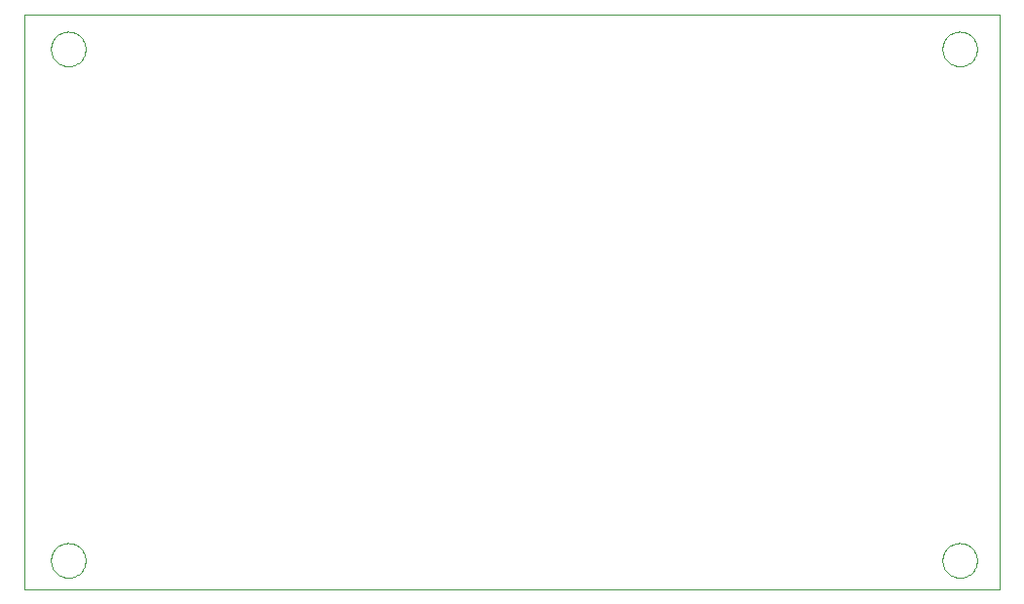
<source format=gbo>
G75*
G70*
%OFA0B0*%
%FSLAX24Y24*%
%IPPOS*%
%LPD*%
%AMOC8*
5,1,8,0,0,1.08239X$1,22.5*
%
%ADD10C,0.0000*%
D10*
X000180Y000680D02*
X000180Y020365D01*
X033550Y020365D01*
X033550Y000680D01*
X000180Y000680D01*
X001089Y001680D02*
X001091Y001728D01*
X001097Y001776D01*
X001107Y001823D01*
X001120Y001869D01*
X001138Y001914D01*
X001158Y001958D01*
X001183Y002000D01*
X001211Y002039D01*
X001241Y002076D01*
X001275Y002110D01*
X001312Y002142D01*
X001350Y002171D01*
X001391Y002196D01*
X001434Y002218D01*
X001479Y002236D01*
X001525Y002250D01*
X001572Y002261D01*
X001620Y002268D01*
X001668Y002271D01*
X001716Y002270D01*
X001764Y002265D01*
X001812Y002256D01*
X001858Y002244D01*
X001903Y002227D01*
X001947Y002207D01*
X001989Y002184D01*
X002029Y002157D01*
X002067Y002127D01*
X002102Y002094D01*
X002134Y002058D01*
X002164Y002020D01*
X002190Y001979D01*
X002212Y001936D01*
X002232Y001892D01*
X002247Y001847D01*
X002259Y001800D01*
X002267Y001752D01*
X002271Y001704D01*
X002271Y001656D01*
X002267Y001608D01*
X002259Y001560D01*
X002247Y001513D01*
X002232Y001468D01*
X002212Y001424D01*
X002190Y001381D01*
X002164Y001340D01*
X002134Y001302D01*
X002102Y001266D01*
X002067Y001233D01*
X002029Y001203D01*
X001989Y001176D01*
X001947Y001153D01*
X001903Y001133D01*
X001858Y001116D01*
X001812Y001104D01*
X001764Y001095D01*
X001716Y001090D01*
X001668Y001089D01*
X001620Y001092D01*
X001572Y001099D01*
X001525Y001110D01*
X001479Y001124D01*
X001434Y001142D01*
X001391Y001164D01*
X001350Y001189D01*
X001312Y001218D01*
X001275Y001250D01*
X001241Y001284D01*
X001211Y001321D01*
X001183Y001360D01*
X001158Y001402D01*
X001138Y001446D01*
X001120Y001491D01*
X001107Y001537D01*
X001097Y001584D01*
X001091Y001632D01*
X001089Y001680D01*
X001089Y019180D02*
X001091Y019228D01*
X001097Y019276D01*
X001107Y019323D01*
X001120Y019369D01*
X001138Y019414D01*
X001158Y019458D01*
X001183Y019500D01*
X001211Y019539D01*
X001241Y019576D01*
X001275Y019610D01*
X001312Y019642D01*
X001350Y019671D01*
X001391Y019696D01*
X001434Y019718D01*
X001479Y019736D01*
X001525Y019750D01*
X001572Y019761D01*
X001620Y019768D01*
X001668Y019771D01*
X001716Y019770D01*
X001764Y019765D01*
X001812Y019756D01*
X001858Y019744D01*
X001903Y019727D01*
X001947Y019707D01*
X001989Y019684D01*
X002029Y019657D01*
X002067Y019627D01*
X002102Y019594D01*
X002134Y019558D01*
X002164Y019520D01*
X002190Y019479D01*
X002212Y019436D01*
X002232Y019392D01*
X002247Y019347D01*
X002259Y019300D01*
X002267Y019252D01*
X002271Y019204D01*
X002271Y019156D01*
X002267Y019108D01*
X002259Y019060D01*
X002247Y019013D01*
X002232Y018968D01*
X002212Y018924D01*
X002190Y018881D01*
X002164Y018840D01*
X002134Y018802D01*
X002102Y018766D01*
X002067Y018733D01*
X002029Y018703D01*
X001989Y018676D01*
X001947Y018653D01*
X001903Y018633D01*
X001858Y018616D01*
X001812Y018604D01*
X001764Y018595D01*
X001716Y018590D01*
X001668Y018589D01*
X001620Y018592D01*
X001572Y018599D01*
X001525Y018610D01*
X001479Y018624D01*
X001434Y018642D01*
X001391Y018664D01*
X001350Y018689D01*
X001312Y018718D01*
X001275Y018750D01*
X001241Y018784D01*
X001211Y018821D01*
X001183Y018860D01*
X001158Y018902D01*
X001138Y018946D01*
X001120Y018991D01*
X001107Y019037D01*
X001097Y019084D01*
X001091Y019132D01*
X001089Y019180D01*
X031589Y019180D02*
X031591Y019228D01*
X031597Y019276D01*
X031607Y019323D01*
X031620Y019369D01*
X031638Y019414D01*
X031658Y019458D01*
X031683Y019500D01*
X031711Y019539D01*
X031741Y019576D01*
X031775Y019610D01*
X031812Y019642D01*
X031850Y019671D01*
X031891Y019696D01*
X031934Y019718D01*
X031979Y019736D01*
X032025Y019750D01*
X032072Y019761D01*
X032120Y019768D01*
X032168Y019771D01*
X032216Y019770D01*
X032264Y019765D01*
X032312Y019756D01*
X032358Y019744D01*
X032403Y019727D01*
X032447Y019707D01*
X032489Y019684D01*
X032529Y019657D01*
X032567Y019627D01*
X032602Y019594D01*
X032634Y019558D01*
X032664Y019520D01*
X032690Y019479D01*
X032712Y019436D01*
X032732Y019392D01*
X032747Y019347D01*
X032759Y019300D01*
X032767Y019252D01*
X032771Y019204D01*
X032771Y019156D01*
X032767Y019108D01*
X032759Y019060D01*
X032747Y019013D01*
X032732Y018968D01*
X032712Y018924D01*
X032690Y018881D01*
X032664Y018840D01*
X032634Y018802D01*
X032602Y018766D01*
X032567Y018733D01*
X032529Y018703D01*
X032489Y018676D01*
X032447Y018653D01*
X032403Y018633D01*
X032358Y018616D01*
X032312Y018604D01*
X032264Y018595D01*
X032216Y018590D01*
X032168Y018589D01*
X032120Y018592D01*
X032072Y018599D01*
X032025Y018610D01*
X031979Y018624D01*
X031934Y018642D01*
X031891Y018664D01*
X031850Y018689D01*
X031812Y018718D01*
X031775Y018750D01*
X031741Y018784D01*
X031711Y018821D01*
X031683Y018860D01*
X031658Y018902D01*
X031638Y018946D01*
X031620Y018991D01*
X031607Y019037D01*
X031597Y019084D01*
X031591Y019132D01*
X031589Y019180D01*
X031589Y001680D02*
X031591Y001728D01*
X031597Y001776D01*
X031607Y001823D01*
X031620Y001869D01*
X031638Y001914D01*
X031658Y001958D01*
X031683Y002000D01*
X031711Y002039D01*
X031741Y002076D01*
X031775Y002110D01*
X031812Y002142D01*
X031850Y002171D01*
X031891Y002196D01*
X031934Y002218D01*
X031979Y002236D01*
X032025Y002250D01*
X032072Y002261D01*
X032120Y002268D01*
X032168Y002271D01*
X032216Y002270D01*
X032264Y002265D01*
X032312Y002256D01*
X032358Y002244D01*
X032403Y002227D01*
X032447Y002207D01*
X032489Y002184D01*
X032529Y002157D01*
X032567Y002127D01*
X032602Y002094D01*
X032634Y002058D01*
X032664Y002020D01*
X032690Y001979D01*
X032712Y001936D01*
X032732Y001892D01*
X032747Y001847D01*
X032759Y001800D01*
X032767Y001752D01*
X032771Y001704D01*
X032771Y001656D01*
X032767Y001608D01*
X032759Y001560D01*
X032747Y001513D01*
X032732Y001468D01*
X032712Y001424D01*
X032690Y001381D01*
X032664Y001340D01*
X032634Y001302D01*
X032602Y001266D01*
X032567Y001233D01*
X032529Y001203D01*
X032489Y001176D01*
X032447Y001153D01*
X032403Y001133D01*
X032358Y001116D01*
X032312Y001104D01*
X032264Y001095D01*
X032216Y001090D01*
X032168Y001089D01*
X032120Y001092D01*
X032072Y001099D01*
X032025Y001110D01*
X031979Y001124D01*
X031934Y001142D01*
X031891Y001164D01*
X031850Y001189D01*
X031812Y001218D01*
X031775Y001250D01*
X031741Y001284D01*
X031711Y001321D01*
X031683Y001360D01*
X031658Y001402D01*
X031638Y001446D01*
X031620Y001491D01*
X031607Y001537D01*
X031597Y001584D01*
X031591Y001632D01*
X031589Y001680D01*
M02*

</source>
